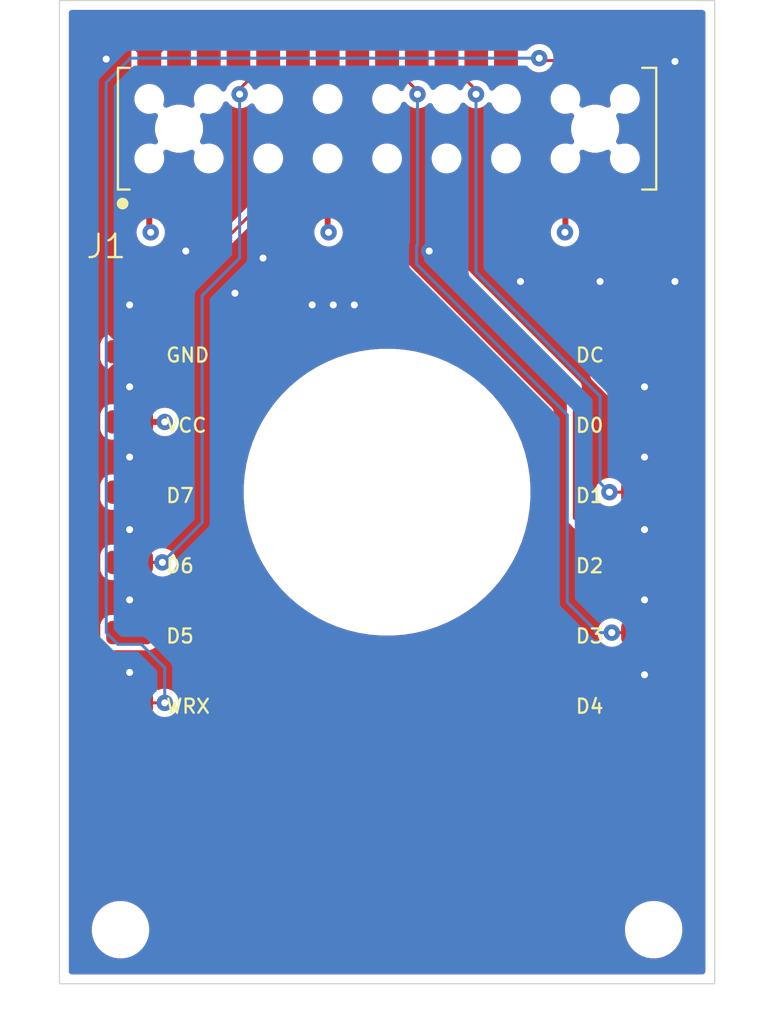
<source format=kicad_pcb>
(kicad_pcb (version 20240108) (generator "pcbnew") (generator_version "8.0")
  (layers (0 "F.Cu" signal) (1 "In1.Cu" power) (2 "In2.Cu" power) (31 "B.Cu" signal) (34 "B.Paste" user) (35 "F.Paste" user) (36 "B.SilkS" user "B.Silkscreen") (37 "F.SilkS" user "F.Silkscreen") (38 "B.Mask" user) (39 "F.Mask" user) (44 "Edge.Cuts" user))
  (net 0 "")
  (net 1 "GND")
  (net 2 "/WRX")
  (net 3 "/D2")
  (net 4 "/D4")
  (net 5 "/VCC")
  (net 6 "/D1")
  (net 7 "/D0")
  (net 8 "/D6")
  (net 9 "/DC")
  (net 10 "/D5")
  (net 11 "/D7")
  (net 12 "/D3")
  (footprint "1_MiscParts_footprint:PAD 2x1mm" (layer "F.Cu") (at 138 80)
    (property "Reference" "PAD3" (hide yes))
    (property "Value" "~" (hide yes))
    (pad "1" smd roundrect (at 0 0) (size 2 1) (layers "F.Cu" "F.Mask") (net 11 "/D7"))
  )
  (footprint "1_MiscParts_footprint:PAD 2x1mm" (layer "F.Cu") (at 138 77)
    (property "Reference" "PAD2" (hide yes))
    (property "Value" "~" (hide yes))
    (pad "1" smd roundrect (at 0 0) (size 2 1) (layers "F.Cu" "F.Mask") (net 5 "/VCC"))
  )
  (footprint "1_MiscParts_footprint:PAD 2x1mm" (layer "F.Cu") (at 160 80)
    (property "Reference" "PAD10" (hide yes))
    (property "Value" "~" (hide yes))
    (pad "1" smd roundrect (at 0 0) (size 2 1) (layers "F.Cu" "F.Mask") (net 6 "/D1"))
  )
  (footprint "1_MiscParts_footprint:PAD 2x1mm" (layer "F.Cu") (at 138 74)
    (property "Reference" "PAD1" (hide yes))
    (property "Value" "~" (hide yes))
    (pad "1" smd roundrect (at 0 0) (size 2 1) (layers "F.Cu" "F.Mask") (net 1 "GND"))
  )
  (footprint "MountingHole:MountingHole_2.2mm_M2" (layer "F.Cu") (at 137.61 98.69)
    (property "Reference" "H1" (hide yes))
    (property "Value" "MountingHole")
    (pad "" np_thru_hole circle (at 0 0) (size 2.2 2.2) (drill 2.2) (layers "*.Cu" "*.Mask"))
  )
  (footprint "1_MiscParts_footprint:PAD 2x1mm" (layer "F.Cu") (at 160 86)
    (property "Reference" "PAD8" (hide yes))
    (property "Value" "~" (hide yes))
    (pad "1" smd roundrect (at 0 0) (size 2 1) (layers "F.Cu" "F.Mask") (net 12 "/D3"))
  )
  (footprint "1_MiscParts_footprint:PAD 2x1mm" (layer "F.Cu") (at 160 77)
    (property "Reference" "PAD11" (hide yes))
    (property "Value" "~" (hide yes))
    (pad "1" smd roundrect (at 0 0) (size 2 1) (layers "F.Cu" "F.Mask") (net 7 "/D0"))
  )
  (footprint "1_MiscParts_footprint:PAD 2x1mm" (layer "F.Cu") (at 160 83)
    (property "Reference" "PAD9" (hide yes))
    (property "Value" "~" (hide yes))
    (pad "1" smd roundrect (at 0 0) (size 2 1) (layers "F.Cu" "F.Mask") (net 3 "/D2"))
  )
  (footprint "MountingHole:MountingHole_2.2mm_M2" (layer "F.Cu") (at 160.39 98.69)
    (property "Reference" "H2" (hide yes))
    (property "Value" "MountingHole")
    (pad "" np_thru_hole circle (at 0 0) (size 2.2 2.2) (drill 2.2) (layers "*.Cu" "*.Mask"))
  )
  (footprint "1_MiscParts_footprint:PAD 2x1mm" (layer "F.Cu") (at 138 89)
    (property "Reference" "PAD6" (hide yes))
    (property "Value" "~" (hide yes))
    (pad "1" smd roundrect (at 0 0) (size 2 1) (layers "F.Cu" "F.Mask") (net 2 "/WRX"))
  )
  (footprint "1_Holes:12mm_Hole_NoPad_1" (layer "F.Cu") (at 149 80)
    (property "Reference" "H3" (at 0 -0.5 0) (layer "F.SilkS") (effects (font (thickness 0.1))))
    (property "Value" "MountingHole" (hide yes))
    (pad "" np_thru_hole circle (at 0 0) (size 12 12) (drill 12) (layers "F&B.Cu"))
  )
  (footprint "1_MiscParts_footprint:PAD 2x1mm" (layer "F.Cu") (at 138 86)
    (property "Reference" "PAD5" (hide yes))
    (property "Value" "~" (hide yes))
    (pad "1" smd roundrect (at 0 0) (size 2 1) (layers "F.Cu" "F.Mask") (net 10 "/D5"))
  )
  (footprint "1_MiscParts_footprint:PAD 2x1mm" (layer "F.Cu") (at 160 74)
    (property "Reference" "PAD12" (hide yes))
    (property "Value" "~" (hide yes))
    (pad "1" smd roundrect (at 0 0) (size 2 1) (layers "F.Cu" "F.Mask") (net 9 "/DC"))
  )
  (footprint "1_Connectors_SMD:M20-7810945R" (layer "F.Cu") (at 149 64.472)
    (property "Reference" "J1" (at -12 5.028 0) (layer "F.SilkS") (effects (font (thickness 0.1))))
    (property "Value" "M20-7810945R" (hide yes))
    (fp_line (start -11.5 -2.6) (end -11.5 2.6) (stroke (width 0.1)) (layer "F.SilkS"))
    (fp_line (start -11.5 -2.6) (end -11 -2.6) (stroke (width 0.1)) (layer "F.SilkS"))
    (fp_line (start -11.5 2.6) (end -11 2.6) (stroke (width 0.1)) (layer "F.SilkS"))
    (fp_line (start 10.9 -2.6) (end 11.5 -2.6) (stroke (width 0.1)) (layer "F.SilkS"))
    (fp_line (start 11.5 -2.6) (end 11.5 2.6) (stroke (width 0.1)) (layer "F.SilkS"))
    (fp_line (start 11.5 2.6) (end 10.9 2.6) (stroke (width 0.1)) (layer "F.SilkS"))
    (fp_circle (center -11.3 3.2) (end -11.1 3.2) (stroke (width 0.1)) (fill solid) (layer "F.SilkS"))
    (pad "" np_thru_hole circle (at -10.16 -1.27) (size 1 1) (drill 1.02) (layers "F&B.Cu" "*.Mask"))
    (pad "" np_thru_hole circle (at -10.16 1.27) (size 1 1) (drill 1.02) (layers "F&B.Cu" "*.Mask"))
    (pad "" np_thru_hole circle (at -8.89 0) (size 1 1) (drill 1.8) (layers "F&B.Cu" "*.Mask"))
    (pad "" np_thru_hole circle (at -7.62 -1.27) (size 1 1) (drill 1.02) (layers "F&B.Cu" "*.Mask"))
    (pad "" np_thru_hole circle (at -7.62 1.27) (size 1 1) (drill 1.02) (layers "F&B.Cu" "*.Mask"))
    (pad "" np_thru_hole circle (at -5.08 -1.27) (size 1 1) (drill 1.02) (layers "F&B.Cu" "*.Mask"))
    (pad "" np_thru_hole circle (at -5.08 1.27) (size 1 1) (drill 1.02) (layers "F&B.Cu" "*.Mask"))
    (pad "" np_thru_hole circle (at -2.54 -1.27) (size 1 1) (drill 1.02) (layers "F&B.Cu" "*.Mask"))
    (pad "" np_thru_hole circle (at -2.54 1.27) (size 1 1) (drill 1.02) (layers "F&B.Cu" "*.Mask"))
    (pad "" np_thru_hole circle (at 0 -1.27) (size 1 1) (drill 1.02) (layers "F&B.Cu" "*.Mask"))
    (pad "" np_thru_hole circle (at 0 1.27) (size 1 1) (drill 1.02) (layers "F&B.Cu" "*.Mask"))
    (pad "" np_thru_hole circle (at 2.54 -1.27) (size 1 1) (drill 1.02) (layers "F&B.Cu" "*.Mask"))
    (pad "" np_thru_hole circle (at 2.54 1.27) (size 1 1) (drill 1.02) (layers "F&B.Cu" "*.Mask"))
    (pad "" np_thru_hole circle (at 5.08 -1.27) (size 1 1) (drill 1.02) (layers "F&B.Cu" "*.Mask"))
    (pad "" np_thru_hole circle (at 5.08 1.27) (size 1 1) (drill 1.02) (layers "F&B.Cu" "*.Mask"))
    (pad "" np_thru_hole circle (at 7.62 -1.27) (size 1 1) (drill 1.02) (layers "F&B.Cu" "*.Mask"))
    (pad "" np_thru_hole circle (at 7.62 1.27) (size 1 1) (drill 1.02) (layers "F&B.Cu" "*.Mask"))
    (pad "" np_thru_hole circle (at 8.89 0) (size 1 1) (drill 1.8) (layers "F&B.Cu" "*.Mask"))
    (pad "" np_thru_hole circle (at 10.16 -1.27) (size 1 1) (drill 1.02) (layers "F&B.Cu" "*.Mask"))
    (pad "" np_thru_hole circle (at 10.16 1.27) (size 1 1) (drill 1.02) (layers "F&B.Cu" "*.Mask"))
    (pad "1" smd roundrect (at -10.16 2.91) (size 1.02 1.78) (layers "F.Cu" "F.Paste" "F.Mask") (net 5 "/VCC"))
    (pad "2" smd roundrect (at -10.16 -2.91) (size 1.02 1.78) (layers "F.Cu" "F.Paste" "F.Mask") (net 1 "GND"))
    (pad "3" smd roundrect (at -7.62 2.91) (size 1.02 1.78) (layers "F.Cu" "F.Paste" "F.Mask"))
    (pad "4" smd roundrect (at -7.62 -2.91) (size 1.02 1.78) (layers "F.Cu" "F.Paste" "F.Mask"))
    (pad "5" smd roundrect (at -5.08 2.91) (size 1.02 1.78) (layers "F.Cu" "F.Paste" "F.Mask") (net 11 "/D7"))
    (pad "6" smd roundrect (at -5.08 -2.91) (size 1.02 1.78) (layers "F.Cu" "F.Paste" "F.Mask") (net 8 "/D6"))
    (pad "7" smd roundrect (at -2.54 2.91) (size 1.02 1.78) (layers "F.Cu" "F.Paste" "F.Mask") (net 5 "/VCC"))
    (pad "8" smd roundrect (at -2.54 -2.91) (size 1.02 1.78) (layers "F.Cu" "F.Paste" "F.Mask") (net 10 "/D5"))
    (pad "9" smd roundrect (at 0 2.91) (size 1.02 1.78) (layers "F.Cu" "F.Paste" "F.Mask") (net 4 "/D4"))
    (pad "10" smd roundrect (at 0 -2.91) (size 1.02 1.78) (layers "F.Cu" "F.Paste" "F.Mask") (net 12 "/D3"))
    (pad "11" smd roundrect (at 2.54 2.91) (size 1.02 1.78) (layers "F.Cu" "F.Paste" "F.Mask") (net 3 "/D2"))
    (pad "12" smd roundrect (at 2.54 -2.91) (size 1.02 1.78) (layers "F.Cu" "F.Paste" "F.Mask") (net 6 "/D1"))
    (pad "13" smd roundrect (at 5.08 2.91) (size 1.02 1.78) (layers "F.Cu" "F.Paste" "F.Mask") (net 7 "/D0"))
    (pad "14" smd roundrect (at 5.08 -2.91) (size 1.02 1.78) (layers "F.Cu" "F.Paste" "F.Mask"))
    (pad "15" smd roundrect (at 7.62 2.91) (size 1.02 1.78) (layers "F.Cu" "F.Paste" "F.Mask") (net 5 "/VCC"))
    (pad "16" smd roundrect (at 7.62 -2.91) (size 1.02 1.78) (layers "F.Cu" "F.Paste" "F.Mask") (net 2 "/WRX"))
    (pad "17" smd roundrect (at 10.16 2.91) (size 1.02 1.78) (layers "F.Cu" "F.Paste" "F.Mask") (net 9 "/DC"))
    (pad "18" smd roundrect (at 10.16 -2.91) (size 1.02 1.78) (layers "F.Cu" "F.Paste" "F.Mask") (net 1 "GND"))
  )
  (footprint "1_MiscParts_footprint:PAD 2x1mm" (layer "F.Cu") (at 160 89)
    (property "Reference" "PAD7" (hide yes))
    (property "Value" "~" (hide yes))
    (pad "1" smd roundrect (at 0 0) (size 2 1) (layers "F.Cu" "F.Mask") (net 4 "/D4"))
  )
  (footprint "1_MiscParts_footprint:PAD 2x1mm" (layer "F.Cu") (at 138 83)
    (property "Reference" "PAD4" (hide yes))
    (property "Value" "~" (hide yes))
    (pad "1" smd roundrect (at 0 0) (size 2 1) (layers "F.Cu" "F.Mask") (net 8 "/D6"))
  )
  (gr_rect (start 135 59) (end 163 101) (stroke (width 0.05)) (fill none) (layer "Edge.Cuts"))
  (gr_text "D3" (at 157 86.5 0) (layer "F.SilkS") (effects (font (size 0.6 0.6) (thickness 0.1) (bold yes)) (justify left bottom)))
  (gr_text "D7" (at 139.5 80.5 0) (layer "F.SilkS") (effects (font (size 0.6 0.6) (thickness 0.1) (bold yes)) (justify left bottom)))
  (gr_text "D6" (at 139.5 83.5 0) (layer "F.SilkS") (effects (font (size 0.6 0.6) (thickness 0.1) (bold yes)) (justify left bottom)))
  (gr_text "DC" (at 157 74.5 0) (layer "F.SilkS") (effects (font (size 0.6 0.6) (thickness 0.1) (bold yes)) (justify left bottom)))
  (gr_text "D2" (at 157 83.5 0) (layer "F.SilkS") (effects (font (size 0.6 0.6) (thickness 0.1) (bold yes)) (justify left bottom)))
  (gr_text "D4" (at 157 89.5 0) (layer "F.SilkS") (effects (font (size 0.6 0.6) (thickness 0.1) (bold yes)) (justify left bottom)))
  (gr_text "D1" (at 157 80.5 0) (layer "F.SilkS") (effects (font (size 0.6 0.6) (thickness 0.1) (bold yes)) (justify left bottom)))
  (gr_text "VCC" (at 139.5 77.5 0) (layer "F.SilkS") (effects (font (size 0.6 0.6) (thickness 0.1) (bold yes)) (justify left bottom)))
  (gr_text "WRX" (at 139.5 89.5 0) (layer "F.SilkS") (effects (font (size 0.6 0.6) (thickness 0.1) (bold yes)) (justify left bottom)))
  (gr_text "GND" (at 139.5 74.5 0) (layer "F.SilkS") (effects (font (size 0.6 0.6) (thickness 0.1) (bold yes)) (justify left bottom)))
  (gr_text "D5" (at 139.5 86.5 0) (layer "F.SilkS") (effects (font (size 0.6 0.6) (thickness 0.1) (bold yes)) (justify left bottom)))
  (gr_text "D0" (at 157 77.5 0) (layer "F.SilkS") (effects (font (size 0.6 0.6) (thickness 0.1) (bold yes)) (justify left bottom)))
  (via (at 160 75.5) (size 0.7) (drill 0.3) (layers "F.Cu" "B.Cu") (net 1))
  (via (at 160 78.5) (size 0.7) (drill 0.3) (layers "F.Cu" "B.Cu") (net 1))
  (via (at 160 81.6) (size 0.7) (drill 0.3) (layers "F.Cu" "B.Cu") (net 1))
  (via (at 160 87.8) (size 0.7) (drill 0.3) (layers "F.Cu" "B.Cu") (net 1))
  (via (at 145.8 72) (size 0.7) (drill 0.3) (layers "F.Cu" "B.Cu") (net 1))
  (via (at 143.7 70) (size 0.7) (drill 0.3) (layers "F.Cu" "B.Cu") (net 1))
  (via (at 138 72) (size 0.7) (drill 0.3) (layers "F.Cu" "B.Cu") (net 1))
  (via (at 138 87.7) (size 0.7) (drill 0.3) (layers "F.Cu" "B.Cu") (net 1))
  (via (at 138 75.5) (size 0.7) (drill 0.3) (layers "F.Cu" "B.Cu") (net 1))
  (via (at 154.7 71) (size 0.7) (drill 0.3) (layers "F.Cu" "B.Cu") (net 1))
  (via (at 158.1 71) (size 0.7) (drill 0.3) (layers "F.Cu" "B.Cu") (net 1))
  (via (at 147.6 72) (size 0.7) (drill 0.3) (layers "F.Cu" "B.Cu") (net 1))
  (via (at 161.3 71) (size 0.7) (drill 0.3) (layers "F.Cu" "B.Cu") (net 1))
  (via (at 138 81.6) (size 0.7) (drill 0.3) (layers "F.Cu" "B.Cu") (net 1))
  (via (at 138 84.6) (size 0.7) (drill 0.3) (layers "F.Cu" "B.Cu") (net 1))
  (via (at 160 84.6) (size 0.7) (drill 0.3) (layers "F.Cu" "B.Cu") (net 1))
  (via (at 161.3 61.6) (size 0.7) (drill 0.3) (layers "F.Cu" "B.Cu") (net 1))
  (via (at 150.8 69.7) (size 0.7) (drill 0.3) (layers "F.Cu" "B.Cu") (net 1))
  (via (at 146.7 72) (size 0.7) (drill 0.3) (layers "F.Cu" "B.Cu") (net 1))
  (via (at 138 78.5) (size 0.7) (drill 0.3) (layers "F.Cu" "B.Cu") (net 1))
  (via (at 142.5 71.5) (size 0.7) (drill 0.3) (layers "F.Cu" "B.Cu") (net 1))
  (via (at 137 61.5) (size 0.7) (drill 0.3) (layers "F.Cu" "B.Cu") (net 1))
  (via (at 140.4 69.7) (size 0.7) (drill 0.3) (layers "F.Cu" "B.Cu") (net 1))
  (segment (start 155.6025 61.562) (end 156.62 61.562) (width 0.127) (layer "F.Cu") (net 2))
  (segment (start 155.5 61.4595) (end 155.6025 61.562) (width 0.127) (layer "F.Cu") (net 2))
  (segment (start 138 89) (end 139.5 89) (width 0.127) (layer "F.Cu") (net 2))
  (via (at 139.5 89) (size 0.7) (drill 0.3) (layers "F.Cu" "B.Cu") (net 2))
  (via (at 155.5 61.4595) (size 0.7) (drill 0.3) (layers "F.Cu" "B.Cu") (net 2))
  (segment (start 137 62.5) (end 137 86) (width 0.127) (layer "B.Cu") (net 2))
  (segment (start 155.5 61.4595) (end 138.0405 61.4595) (width 0.127) (layer "B.Cu") (net 2))
  (segment (start 137.5 86.5) (end 138.5 86.5) (width 0.127) (layer "B.Cu") (net 2))
  (segment (start 139.5 87.5) (end 139.5 89) (width 0.127) (layer "B.Cu") (net 2))
  (segment (start 138.5 86.5) (end 139.5 87.5) (width 0.127) (layer "B.Cu") (net 2))
  (segment (start 138.0405 61.4595) (end 137 62.5) (width 0.127) (layer "B.Cu") (net 2))
  (segment (start 137 86) (end 137.5 86.5) (width 0.127) (layer "B.Cu") (net 2))
  (segment (start 157 81.1) (end 157 75.5) (width 0.127) (layer "F.Cu") (net 3))
  (segment (start 151.54 70.04) (end 151.54 67.382) (width 0.127) (layer "F.Cu") (net 3))
  (segment (start 160 83) (end 158.9 83) (width 0.127) (layer "F.Cu") (net 3))
  (segment (start 158.9 83) (end 157 81.1) (width 0.127) (layer "F.Cu") (net 3))
  (segment (start 157 75.5) (end 151.54 70.04) (width 0.127) (layer "F.Cu") (net 3))
  (segment (start 158 89) (end 155.8 86.8) (width 0.127) (layer "F.Cu") (net 4))
  (segment (start 155.8 76.6) (end 149 69.8) (width 0.127) (layer "F.Cu") (net 4))
  (segment (start 149 69.8) (end 149 67.382) (width 0.127) (layer "F.Cu") (net 4))
  (segment (start 155.8 86.8) (end 155.8 76.6) (width 0.127) (layer "F.Cu") (net 4))
  (segment (start 160 89) (end 158 89) (width 0.127) (layer "F.Cu") (net 4))
  (segment (start 146.46 68.86) (end 146.5 68.9) (width 0.254) (layer "F.Cu") (net 5))
  (segment (start 138 77) (end 139.5 77) (width 0.254) (layer "F.Cu") (net 5))
  (segment (start 146.46 67.382) (end 146.46 68.86) (width 0.254) (layer "F.Cu") (net 5))
  (segment (start 138.84 67.382) (end 138.84 68.84) (width 0.254) (layer "F.Cu") (net 5))
  (segment (start 156.62 67.382) (end 156.62 68.88) (width 0.254) (layer "F.Cu") (net 5))
  (segment (start 138.84 68.84) (end 138.9 68.9) (width 0.254) (layer "F.Cu") (net 5))
  (segment (start 156.62 68.88) (end 156.6 68.9) (width 0.254) (layer "F.Cu") (net 5))
  (via (at 146.5 68.9) (size 0.7) (drill 0.3) (layers "F.Cu" "B.Cu") (net 5))
  (via (at 156.6 68.9) (size 0.7) (drill 0.3) (layers "F.Cu" "B.Cu") (net 5))
  (via (at 139.5 77) (size 0.7) (drill 0.3) (layers "F.Cu" "B.Cu") (net 5))
  (via (at 138.9 68.9) (size 0.7) (drill 0.3) (layers "F.Cu" "B.Cu") (net 5))
  (segment (start 160 80) (end 158.5 80) (width 0.127) (layer "F.Cu") (net 6))
  (segment (start 152.8 63) (end 152.8 62.822) (width 0.127) (layer "F.Cu") (net 6))
  (segment (start 152.8 62.822) (end 151.54 61.562) (width 0.127) (layer "F.Cu") (net 6))
  (via (at 158.5 80) (size 0.7) (drill 0.3) (layers "F.Cu" "B.Cu") (net 6))
  (via (at 152.8 63) (size 0.7) (drill 0.3) (layers "F.Cu" "B.Cu") (net 6))
  (segment (start 158.1 75.9) (end 158.1 79.6) (width 0.127) (layer "B.Cu") (net 6))
  (segment (start 152.8 70.6) (end 158.1 75.9) (width 0.127) (layer "B.Cu") (net 6))
  (segment (start 152.8 63) (end 152.8 70.6) (width 0.127) (layer "B.Cu") (net 6))
  (segment (start 158.1 79.6) (end 158.5 80) (width 0.127) (layer "B.Cu") (net 6))
  (segment (start 160 77) (end 158 75) (width 0.127) (layer "F.Cu") (net 7))
  (segment (start 154.08 68.88) (end 158 72.8) (width 0.127) (layer "F.Cu") (net 7))
  (segment (start 154.08 67.382) (end 154.08 68.88) (width 0.127) (layer "F.Cu") (net 7))
  (segment (start 158 75) (end 158 72.8) (width 0.127) (layer "F.Cu") (net 7))
  (segment (start 142.7 62.782) (end 143.92 61.562) (width 0.127) (layer "F.Cu") (net 8))
  (segment (start 138 83) (end 139.4 83) (width 0.127) (layer "F.Cu") (net 8))
  (segment (start 142.7 63) (end 142.7 62.782) (width 0.127) (layer "F.Cu") (net 8))
  (via (at 139.4 83) (size 0.7) (drill 0.3) (layers "F.Cu" "B.Cu") (net 8))
  (via (at 142.7 63) (size 0.7) (drill 0.3) (layers "F.Cu" "B.Cu") (net 8))
  (segment (start 141.1 81.3) (end 139.4 83) (width 0.127) (layer "B.Cu") (net 8))
  (segment (start 142.7 70) (end 141.1 71.6) (width 0.127) (layer "B.Cu") (net 8))
  (segment (start 142.7 63) (end 142.7 70) (width 0.127) (layer "B.Cu") (net 8))
  (segment (start 141.1 71.6) (end 141.1 81.3) (width 0.127) (layer "B.Cu") (net 8))
  (segment (start 159.16 69.46) (end 159.16 67.382) (width 0.127) (layer "F.Cu") (net 9))
  (segment (start 160 70.3) (end 159.16 69.46) (width 0.127) (layer "F.Cu") (net 9))
  (segment (start 160 74) (end 160 70.3) (width 0.127) (layer "F.Cu") (net 9))
  (segment (start 145.5 62.522) (end 146.46 61.562) (width 0.127) (layer "F.Cu") (net 10))
  (segment (start 142 73.3) (end 145.5 69.8) (width 0.127) (layer "F.Cu") (net 10))
  (segment (start 138 86) (end 142 82) (width 0.127) (layer "F.Cu") (net 10))
  (segment (start 145.5 69.8) (end 145.5 62.522) (width 0.127) (layer "F.Cu") (net 10))
  (segment (start 142 82) (end 142 73.3) (width 0.127) (layer "F.Cu") (net 10))
  (segment (start 143.92 67.382) (end 140.4 70.902) (width 0.127) (layer "F.Cu") (net 11))
  (segment (start 140.4 77.6) (end 140.4 72.7) (width 0.127) (layer "F.Cu") (net 11))
  (segment (start 140.4 71.4) (end 140.4 71) (width 0.127) (layer "F.Cu") (net 11))
  (segment (start 140.4 70.902) (end 140.4 71.4) (width 0.127) (layer "F.Cu") (net 11))
  (segment (start 140.4 72.7) (end 140.4 71.4) (width 0.127) (layer "F.Cu") (net 11))
  (segment (start 138 80) (end 140.4 77.6) (width 0.127) (layer "F.Cu") (net 11))
  (segment (start 150.3 62.862) (end 149 61.562) (width 0.127) (layer "F.Cu") (net 12))
  (segment (start 150.3 63) (end 150.3 62.862) (width 0.127) (layer "F.Cu") (net 12))
  (segment (start 160 86) (end 158.6 86) (width 0.127) (layer "F.Cu") (net 12))
  (via (at 150.3 63) (size 0.7) (drill 0.3) (layers "F.Cu" "B.Cu") (net 12))
  (via (at 158.6 86) (size 0.7) (drill 0.3) (layers "F.Cu" "B.Cu") (net 12))
  (segment (start 150.3 63) (end 150.3 69.435617) (width 0.127) (layer "B.Cu") (net 12))
  (segment (start 156.7 84.7) (end 158 86) (width 0.127) (layer "B.Cu") (net 12))
  (segment (start 150.3 69.435617) (end 150.2595 69.476117) (width 0.127) (layer "B.Cu") (net 12))
  (segment (start 156.7 76.7) (end 156.7 84.7) (width 0.127) (layer "B.Cu") (net 12))
  (segment (start 150.2595 70.2595) (end 156.7 76.7) (width 0.127) (layer "B.Cu") (net 12))
  (segment (start 158 86) (end 158.6 86) (width 0.127) (layer "B.Cu") (net 12))
  (segment (start 150.2595 69.476117) (end 150.2595 70.2595) (width 0.127) (layer "B.Cu") (net 12))
  (zone (net 1) (net_name "GND") (layers "F.Cu" "In1.Cu" "In2.Cu" "B.Cu") (connect_pads (clearance 0.254)) (min_thickness 0.254) (fill yes (thermal_gap 0.254) (thermal_bridge_width 0.254))
    (polygon (pts (xy 135 101) (xy 135 59) (xy 163 59) (xy 163 101)))
  )
)
</source>
